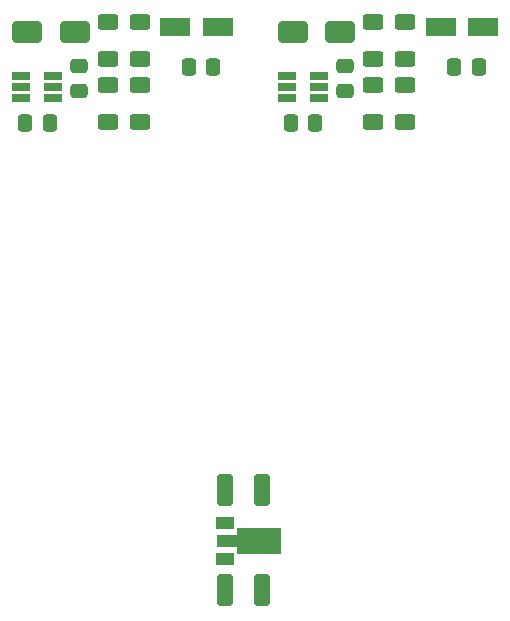
<source format=gbr>
%TF.GenerationSoftware,KiCad,Pcbnew,7.0.8*%
%TF.CreationDate,2024-03-05T23:25:32+02:00*%
%TF.ProjectId,JLC4_RoboChalangeBoards,4a4c4334-5f52-46f6-926f-4368616c616e,rev?*%
%TF.SameCoordinates,Original*%
%TF.FileFunction,Paste,Bot*%
%TF.FilePolarity,Positive*%
%FSLAX46Y46*%
G04 Gerber Fmt 4.6, Leading zero omitted, Abs format (unit mm)*
G04 Created by KiCad (PCBNEW 7.0.8) date 2024-03-05 23:25:32*
%MOMM*%
%LPD*%
G01*
G04 APERTURE LIST*
G04 Aperture macros list*
%AMRoundRect*
0 Rectangle with rounded corners*
0 $1 Rounding radius*
0 $2 $3 $4 $5 $6 $7 $8 $9 X,Y pos of 4 corners*
0 Add a 4 corners polygon primitive as box body*
4,1,4,$2,$3,$4,$5,$6,$7,$8,$9,$2,$3,0*
0 Add four circle primitives for the rounded corners*
1,1,$1+$1,$2,$3*
1,1,$1+$1,$4,$5*
1,1,$1+$1,$6,$7*
1,1,$1+$1,$8,$9*
0 Add four rect primitives between the rounded corners*
20,1,$1+$1,$2,$3,$4,$5,0*
20,1,$1+$1,$4,$5,$6,$7,0*
20,1,$1+$1,$6,$7,$8,$9,0*
20,1,$1+$1,$8,$9,$2,$3,0*%
G04 Aperture macros list end*
%ADD10RoundRect,0.250000X-0.337500X-0.475000X0.337500X-0.475000X0.337500X0.475000X-0.337500X0.475000X0*%
%ADD11RoundRect,0.250000X-0.625000X0.400000X-0.625000X-0.400000X0.625000X-0.400000X0.625000X0.400000X0*%
%ADD12RoundRect,0.250000X-0.475000X0.337500X-0.475000X-0.337500X0.475000X-0.337500X0.475000X0.337500X0*%
%ADD13RoundRect,0.250000X0.625000X-0.400000X0.625000X0.400000X-0.625000X0.400000X-0.625000X-0.400000X0*%
%ADD14RoundRect,0.250000X-1.050000X-0.550000X1.050000X-0.550000X1.050000X0.550000X-1.050000X0.550000X0*%
%ADD15R,1.560000X0.650000*%
%ADD16RoundRect,0.250000X1.000000X0.650000X-1.000000X0.650000X-1.000000X-0.650000X1.000000X-0.650000X0*%
%ADD17RoundRect,0.250000X0.412500X1.100000X-0.412500X1.100000X-0.412500X-1.100000X0.412500X-1.100000X0*%
%ADD18R,1.500000X1.000000*%
%ADD19R,1.800000X1.000000*%
%ADD20R,3.700000X2.200000*%
G04 APERTURE END LIST*
D10*
%TO.C,C4*%
X96392500Y-100980000D03*
X98467500Y-100980000D03*
%TD*%
D11*
%TO.C,R2*%
X112016000Y-102490000D03*
X112016000Y-105590000D03*
%TD*%
D12*
%TO.C,C2*%
X87130000Y-100902500D03*
X87130000Y-102977500D03*
%TD*%
D13*
%TO.C,R1*%
X112016000Y-100290000D03*
X112016000Y-97190000D03*
%TD*%
D11*
%TO.C,R3*%
X114716000Y-102490000D03*
X114716000Y-105590000D03*
%TD*%
D14*
%TO.C,C3*%
X117716000Y-97590000D03*
X121316000Y-97590000D03*
%TD*%
D10*
%TO.C,C1*%
X105016100Y-105695200D03*
X107091100Y-105695200D03*
%TD*%
D15*
%TO.C,U1*%
X84917600Y-101697200D03*
X84917600Y-102647200D03*
X84917600Y-103597200D03*
X82217600Y-103597200D03*
X82217600Y-102647200D03*
X82217600Y-101697200D03*
%TD*%
D10*
%TO.C,C4*%
X118878500Y-100980000D03*
X120953500Y-100980000D03*
%TD*%
D11*
%TO.C,R4*%
X92230000Y-97190000D03*
X92230000Y-100290000D03*
%TD*%
%TO.C,R3*%
X92230000Y-102490000D03*
X92230000Y-105590000D03*
%TD*%
D16*
%TO.C,D1*%
X109216000Y-98040000D03*
X105216000Y-98040000D03*
%TD*%
D15*
%TO.C,U1*%
X107403600Y-101697200D03*
X107403600Y-102647200D03*
X107403600Y-103597200D03*
X104703600Y-103597200D03*
X104703600Y-102647200D03*
X104703600Y-101697200D03*
%TD*%
D13*
%TO.C,R1*%
X89530000Y-100290000D03*
X89530000Y-97190000D03*
%TD*%
D14*
%TO.C,C3*%
X95230000Y-97590000D03*
X98830000Y-97590000D03*
%TD*%
D17*
%TO.C,C5*%
X102582500Y-145265000D03*
X99457500Y-145265000D03*
%TD*%
D16*
%TO.C,D1*%
X86730000Y-98040000D03*
X82730000Y-98040000D03*
%TD*%
D11*
%TO.C,R4*%
X114716000Y-97190000D03*
X114716000Y-100290000D03*
%TD*%
D18*
%TO.C,U1*%
X99460000Y-142605000D03*
D19*
X99610000Y-141105000D03*
D20*
X102360000Y-141105000D03*
D18*
X99460000Y-139605000D03*
%TD*%
D10*
%TO.C,C1*%
X82530100Y-105695200D03*
X84605100Y-105695200D03*
%TD*%
D17*
%TO.C,C3*%
X102592500Y-136775000D03*
X99467500Y-136775000D03*
%TD*%
D11*
%TO.C,R2*%
X89530000Y-102490000D03*
X89530000Y-105590000D03*
%TD*%
D12*
%TO.C,C2*%
X109616000Y-100902500D03*
X109616000Y-102977500D03*
%TD*%
M02*

</source>
